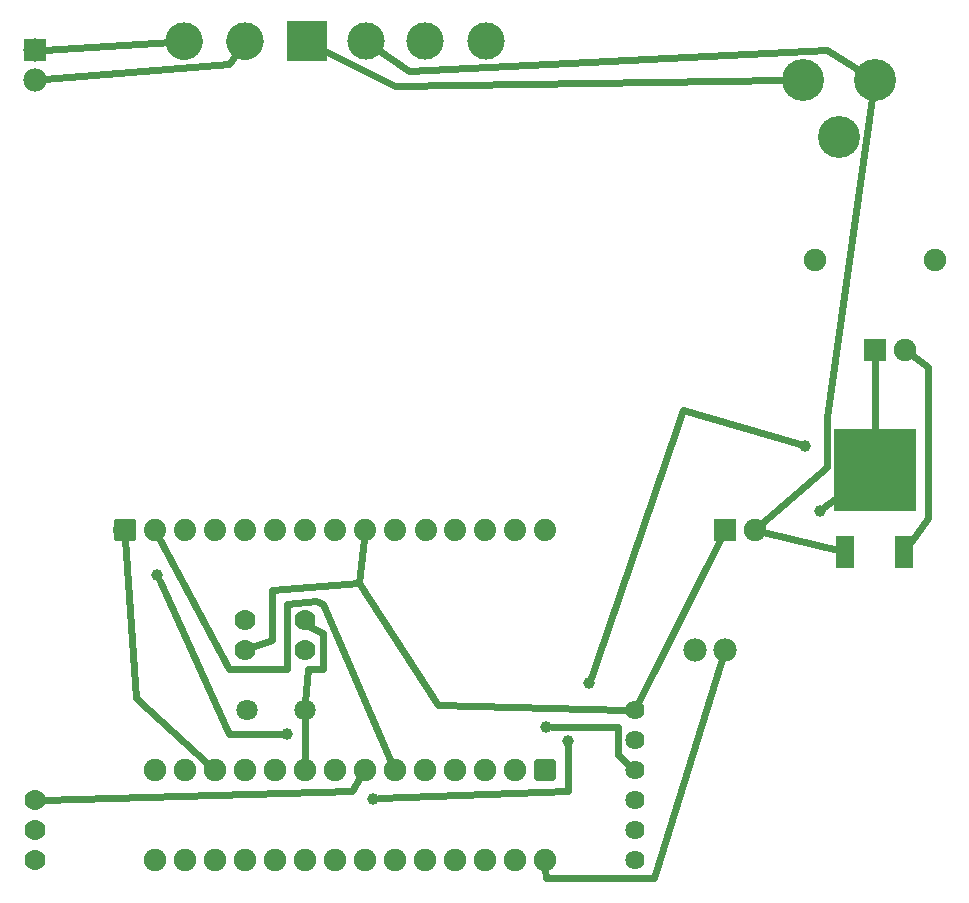
<source format=gtl>
G04 MADE WITH FRITZING*
G04 WWW.FRITZING.ORG*
G04 DOUBLE SIDED*
G04 HOLES PLATED*
G04 CONTOUR ON CENTER OF CONTOUR VECTOR*
%ASAXBY*%
%FSLAX23Y23*%
%MOIN*%
%OFA0B0*%
%SFA1.0B1.0*%
%ADD10C,0.078000*%
%ADD11C,0.075000*%
%ADD12C,0.070925*%
%ADD13C,0.070866*%
%ADD14C,0.064000*%
%ADD15C,0.074000*%
%ADD16C,0.124111*%
%ADD17C,0.124125*%
%ADD18C,0.069444*%
%ADD19C,0.140000*%
%ADD20C,0.070000*%
%ADD21C,0.039370*%
%ADD22R,0.078000X0.078000*%
%ADD23R,0.132161X0.132161*%
%ADD24R,0.075000X0.075000*%
%ADD25R,0.275591X0.275591*%
%ADD26R,0.059055X0.106299*%
%ADD27C,0.024000*%
%ADD28C,0.020000*%
%ADD29C,0.017000*%
%ADD30R,0.001000X0.001000*%
%LNCOPPER1*%
G90*
G70*
G54D10*
X252Y2876D03*
X252Y2776D03*
G54D11*
X1952Y476D03*
X1952Y176D03*
X1852Y476D03*
X1852Y176D03*
X1752Y476D03*
X1752Y176D03*
X1652Y476D03*
X1652Y176D03*
X1552Y476D03*
X1552Y176D03*
X1452Y476D03*
X1452Y176D03*
X1352Y476D03*
X1352Y176D03*
X1252Y476D03*
X1252Y176D03*
X1152Y476D03*
X1152Y176D03*
X1052Y476D03*
X1052Y176D03*
X952Y476D03*
X952Y176D03*
X852Y476D03*
X852Y176D03*
X752Y476D03*
X752Y176D03*
X652Y476D03*
X652Y176D03*
G54D12*
X1152Y676D03*
G54D13*
X959Y676D03*
G54D14*
X2252Y176D03*
X2252Y276D03*
X2252Y376D03*
X2252Y476D03*
X2252Y576D03*
X2252Y676D03*
G54D15*
X551Y1276D03*
X652Y1276D03*
X753Y1276D03*
X852Y1276D03*
X952Y1276D03*
X1052Y1276D03*
X1153Y1275D03*
X1253Y1276D03*
X1354Y1276D03*
X1452Y1276D03*
X1557Y1276D03*
X1653Y1276D03*
X1753Y1276D03*
X1852Y1276D03*
X1952Y1276D03*
G54D16*
X1756Y2904D03*
X1554Y2904D03*
X1356Y2904D03*
G54D17*
X1159Y2904D03*
X953Y2904D03*
G54D16*
X750Y2904D03*
G54D18*
X252Y376D03*
X252Y276D03*
X252Y176D03*
G54D19*
X3052Y2776D03*
X2812Y2776D03*
X2932Y2586D03*
G54D10*
X2552Y876D03*
X2452Y876D03*
G54D20*
X1152Y976D03*
X1152Y876D03*
X952Y976D03*
X952Y876D03*
G54D11*
X3052Y1876D03*
X3152Y1876D03*
X2552Y1276D03*
X2652Y1276D03*
X3252Y2176D03*
X2852Y2176D03*
G54D21*
X2868Y1340D03*
X2028Y572D03*
X1380Y380D03*
X1956Y620D03*
X2100Y764D03*
X2820Y1556D03*
X1092Y596D03*
X660Y1124D03*
G54D22*
X252Y2876D03*
G54D23*
X1160Y2904D03*
G54D24*
X3052Y1876D03*
X2552Y1276D03*
G54D25*
X3052Y1476D03*
G54D26*
X3150Y1202D03*
X2954Y1202D03*
G54D27*
X282Y2877D02*
X705Y2901D01*
D02*
X1152Y504D02*
X1152Y649D01*
D02*
X1165Y954D02*
X1164Y956D01*
X1164Y956D02*
X1212Y932D01*
X1212Y932D02*
X1212Y812D01*
X1212Y812D02*
X1164Y812D01*
X1164Y812D02*
X1154Y703D01*
D02*
X282Y2778D02*
X900Y2828D01*
D02*
X900Y2828D02*
X927Y2867D01*
D02*
X831Y495D02*
X588Y716D01*
D02*
X588Y716D02*
X553Y1245D01*
D02*
X1954Y147D02*
X1956Y116D01*
X1956Y116D02*
X2316Y116D01*
X2316Y116D02*
X2543Y847D01*
D02*
X2680Y1269D02*
X2930Y1208D01*
D02*
X3043Y2715D02*
X2892Y1652D01*
X2892Y1652D02*
X2892Y1484D01*
X2892Y1484D02*
X2674Y1295D01*
D02*
X1393Y2878D02*
X1500Y2804D01*
D02*
X1500Y2804D02*
X2892Y2876D01*
X2892Y2876D02*
X3000Y2808D01*
D02*
X667Y1248D02*
X900Y812D01*
D02*
X900Y812D02*
X1092Y812D01*
X1092Y812D02*
X1092Y1028D01*
X1092Y1028D02*
X1188Y1040D01*
X1188Y1040D02*
X1212Y1028D01*
X1212Y1028D02*
X1441Y502D01*
D02*
X1350Y1245D02*
X1332Y1100D01*
X1332Y1100D02*
X1044Y1076D01*
X1044Y1076D02*
X1044Y908D01*
X1044Y908D02*
X977Y884D01*
D02*
X278Y376D02*
X1308Y404D01*
X1308Y404D02*
X1337Y451D01*
D02*
X2221Y677D02*
X1596Y692D01*
X1596Y692D02*
X1332Y1100D01*
D02*
X2539Y1250D02*
X2266Y704D01*
D02*
X2920Y1378D02*
X2883Y1351D01*
D02*
X3052Y1847D02*
X3052Y1608D01*
D02*
X1199Y2883D02*
X1452Y2756D01*
D02*
X1452Y2756D02*
X2751Y2775D01*
D02*
X2028Y553D02*
X2028Y404D01*
X2028Y404D02*
X1399Y381D01*
D02*
X3174Y1237D02*
X3228Y1316D01*
D02*
X3228Y1316D02*
X3228Y1820D01*
X3228Y1820D02*
X3175Y1859D01*
D02*
X2228Y496D02*
X2196Y524D01*
X2196Y524D02*
X2196Y620D01*
X2196Y620D02*
X1975Y620D01*
D02*
X2106Y782D02*
X2412Y1676D01*
X2412Y1676D02*
X2802Y1561D01*
D02*
X1073Y596D02*
X900Y596D01*
X900Y596D02*
X668Y1107D01*
G54D28*
X1980Y448D02*
X1925Y448D01*
X1925Y503D01*
X1980Y503D01*
X1980Y448D01*
D02*
G54D29*
X523Y1304D02*
X579Y1304D01*
X579Y1248D01*
X523Y1248D01*
X523Y1304D01*
D02*
G54D30*
X744Y2966D02*
X756Y2966D01*
X946Y2966D02*
X958Y2966D01*
X1152Y2966D02*
X1164Y2966D01*
X738Y2965D02*
X762Y2965D01*
X940Y2965D02*
X964Y2965D01*
X1146Y2965D02*
X1170Y2965D01*
X734Y2964D02*
X766Y2964D01*
X936Y2964D02*
X968Y2964D01*
X1142Y2964D02*
X1174Y2964D01*
X730Y2963D02*
X769Y2963D01*
X933Y2963D02*
X972Y2963D01*
X1139Y2963D02*
X1178Y2963D01*
X727Y2962D02*
X772Y2962D01*
X930Y2962D02*
X974Y2962D01*
X1136Y2962D02*
X1180Y2962D01*
X725Y2961D02*
X774Y2961D01*
X928Y2961D02*
X977Y2961D01*
X1134Y2961D02*
X1183Y2961D01*
X723Y2960D02*
X776Y2960D01*
X926Y2960D02*
X979Y2960D01*
X1131Y2960D02*
X1185Y2960D01*
X721Y2959D02*
X779Y2959D01*
X923Y2959D02*
X981Y2959D01*
X1129Y2959D02*
X1187Y2959D01*
X719Y2958D02*
X780Y2958D01*
X922Y2958D02*
X983Y2958D01*
X1128Y2958D02*
X1189Y2958D01*
X718Y2957D02*
X782Y2957D01*
X920Y2957D02*
X984Y2957D01*
X1126Y2957D02*
X1190Y2957D01*
X716Y2956D02*
X783Y2956D01*
X919Y2956D02*
X986Y2956D01*
X1125Y2956D02*
X1192Y2956D01*
X715Y2955D02*
X785Y2955D01*
X917Y2955D02*
X987Y2955D01*
X1123Y2955D02*
X1193Y2955D01*
X713Y2954D02*
X786Y2954D01*
X916Y2954D02*
X989Y2954D01*
X1122Y2954D02*
X1195Y2954D01*
X712Y2953D02*
X788Y2953D01*
X914Y2953D02*
X990Y2953D01*
X1120Y2953D02*
X1196Y2953D01*
X711Y2952D02*
X789Y2952D01*
X913Y2952D02*
X991Y2952D01*
X1119Y2952D02*
X1197Y2952D01*
X709Y2951D02*
X790Y2951D01*
X912Y2951D02*
X992Y2951D01*
X1118Y2951D02*
X1198Y2951D01*
X708Y2950D02*
X791Y2950D01*
X911Y2950D02*
X994Y2950D01*
X1117Y2950D02*
X1200Y2950D01*
X707Y2949D02*
X792Y2949D01*
X910Y2949D02*
X995Y2949D01*
X1116Y2949D02*
X1201Y2949D01*
X706Y2948D02*
X793Y2948D01*
X909Y2948D02*
X996Y2948D01*
X1115Y2948D02*
X1202Y2948D01*
X705Y2947D02*
X794Y2947D01*
X908Y2947D02*
X997Y2947D01*
X1114Y2947D02*
X1203Y2947D01*
X704Y2946D02*
X795Y2946D01*
X907Y2946D02*
X998Y2946D01*
X1113Y2946D02*
X1204Y2946D01*
X704Y2945D02*
X796Y2945D01*
X906Y2945D02*
X999Y2945D01*
X1112Y2945D02*
X1204Y2945D01*
X703Y2944D02*
X797Y2944D01*
X905Y2944D02*
X999Y2944D01*
X1111Y2944D02*
X1205Y2944D01*
X702Y2943D02*
X798Y2943D01*
X904Y2943D02*
X1000Y2943D01*
X1110Y2943D02*
X1206Y2943D01*
X701Y2942D02*
X798Y2942D01*
X904Y2942D02*
X1001Y2942D01*
X1110Y2942D02*
X1207Y2942D01*
X700Y2941D02*
X799Y2941D01*
X903Y2941D02*
X1002Y2941D01*
X1109Y2941D02*
X1208Y2941D01*
X700Y2940D02*
X800Y2940D01*
X902Y2940D02*
X1002Y2940D01*
X1108Y2940D02*
X1208Y2940D01*
X699Y2939D02*
X801Y2939D01*
X901Y2939D02*
X1003Y2939D01*
X1107Y2939D02*
X1209Y2939D01*
X698Y2938D02*
X743Y2938D01*
X757Y2938D02*
X801Y2938D01*
X901Y2938D02*
X945Y2938D01*
X959Y2938D02*
X1004Y2938D01*
X1107Y2938D02*
X1151Y2938D01*
X1165Y2938D02*
X1210Y2938D01*
X698Y2937D02*
X739Y2937D01*
X761Y2937D02*
X802Y2937D01*
X900Y2937D02*
X941Y2937D01*
X963Y2937D02*
X1004Y2937D01*
X1106Y2937D02*
X1147Y2937D01*
X1169Y2937D02*
X1210Y2937D01*
X697Y2936D02*
X736Y2936D01*
X763Y2936D02*
X802Y2936D01*
X900Y2936D02*
X939Y2936D01*
X966Y2936D02*
X1005Y2936D01*
X1106Y2936D02*
X1145Y2936D01*
X1172Y2936D02*
X1211Y2936D01*
X696Y2935D02*
X734Y2935D01*
X766Y2935D02*
X803Y2935D01*
X899Y2935D02*
X936Y2935D01*
X968Y2935D02*
X1006Y2935D01*
X1105Y2935D02*
X1142Y2935D01*
X1174Y2935D02*
X1212Y2935D01*
X696Y2934D02*
X732Y2934D01*
X767Y2934D02*
X804Y2934D01*
X898Y2934D02*
X935Y2934D01*
X970Y2934D02*
X1006Y2934D01*
X1104Y2934D02*
X1141Y2934D01*
X1176Y2934D02*
X1212Y2934D01*
X695Y2933D02*
X730Y2933D01*
X769Y2933D02*
X804Y2933D01*
X898Y2933D02*
X933Y2933D01*
X972Y2933D02*
X1007Y2933D01*
X1104Y2933D02*
X1139Y2933D01*
X1178Y2933D02*
X1213Y2933D01*
X695Y2932D02*
X729Y2932D01*
X770Y2932D02*
X805Y2932D01*
X897Y2932D02*
X932Y2932D01*
X973Y2932D02*
X1007Y2932D01*
X1103Y2932D02*
X1137Y2932D01*
X1179Y2932D02*
X1213Y2932D01*
X694Y2931D02*
X728Y2931D01*
X772Y2931D02*
X805Y2931D01*
X897Y2931D02*
X930Y2931D01*
X974Y2931D02*
X1008Y2931D01*
X1103Y2931D02*
X1136Y2931D01*
X1180Y2931D02*
X1214Y2931D01*
X694Y2930D02*
X727Y2930D01*
X773Y2930D02*
X806Y2930D01*
X896Y2930D02*
X929Y2930D01*
X975Y2930D02*
X1008Y2930D01*
X1102Y2930D02*
X1135Y2930D01*
X1181Y2930D02*
X1214Y2930D01*
X693Y2929D02*
X725Y2929D01*
X774Y2929D02*
X806Y2929D01*
X896Y2929D02*
X928Y2929D01*
X977Y2929D02*
X1009Y2929D01*
X1102Y2929D02*
X1134Y2929D01*
X1182Y2929D02*
X1215Y2929D01*
X693Y2928D02*
X724Y2928D01*
X775Y2928D02*
X807Y2928D01*
X895Y2928D02*
X927Y2928D01*
X978Y2928D02*
X1009Y2928D01*
X1101Y2928D02*
X1133Y2928D01*
X1183Y2928D02*
X1215Y2928D01*
X693Y2927D02*
X724Y2927D01*
X776Y2927D02*
X807Y2927D01*
X895Y2927D02*
X926Y2927D01*
X978Y2927D02*
X1009Y2927D01*
X1101Y2927D02*
X1132Y2927D01*
X1184Y2927D02*
X1215Y2927D01*
X692Y2926D02*
X723Y2926D01*
X777Y2926D02*
X807Y2926D01*
X895Y2926D02*
X925Y2926D01*
X979Y2926D02*
X1010Y2926D01*
X1101Y2926D02*
X1131Y2926D01*
X1185Y2926D02*
X1216Y2926D01*
X692Y2925D02*
X722Y2925D01*
X778Y2925D02*
X808Y2925D01*
X894Y2925D02*
X924Y2925D01*
X980Y2925D02*
X1010Y2925D01*
X1100Y2925D02*
X1130Y2925D01*
X1186Y2925D02*
X1216Y2925D01*
X691Y2924D02*
X721Y2924D01*
X778Y2924D02*
X808Y2924D01*
X894Y2924D02*
X924Y2924D01*
X981Y2924D02*
X1011Y2924D01*
X1100Y2924D02*
X1130Y2924D01*
X1187Y2924D02*
X1217Y2924D01*
X691Y2923D02*
X720Y2923D01*
X779Y2923D02*
X808Y2923D01*
X894Y2923D02*
X923Y2923D01*
X982Y2923D02*
X1011Y2923D01*
X1100Y2923D02*
X1129Y2923D01*
X1188Y2923D02*
X1217Y2923D01*
X691Y2922D02*
X720Y2922D01*
X780Y2922D02*
X809Y2922D01*
X893Y2922D02*
X922Y2922D01*
X982Y2922D02*
X1011Y2922D01*
X1099Y2922D02*
X1128Y2922D01*
X1188Y2922D02*
X1217Y2922D01*
X691Y2921D02*
X719Y2921D01*
X780Y2921D02*
X809Y2921D01*
X893Y2921D02*
X922Y2921D01*
X983Y2921D02*
X1011Y2921D01*
X1099Y2921D02*
X1128Y2921D01*
X1189Y2921D02*
X1217Y2921D01*
X690Y2920D02*
X719Y2920D01*
X781Y2920D02*
X809Y2920D01*
X893Y2920D02*
X921Y2920D01*
X983Y2920D02*
X1012Y2920D01*
X1099Y2920D02*
X1127Y2920D01*
X1189Y2920D02*
X1218Y2920D01*
X690Y2919D02*
X718Y2919D01*
X781Y2919D02*
X809Y2919D01*
X893Y2919D02*
X921Y2919D01*
X984Y2919D02*
X1012Y2919D01*
X1099Y2919D02*
X1127Y2919D01*
X1190Y2919D02*
X1218Y2919D01*
X690Y2918D02*
X718Y2918D01*
X782Y2918D02*
X810Y2918D01*
X892Y2918D02*
X920Y2918D01*
X984Y2918D02*
X1012Y2918D01*
X1098Y2918D02*
X1126Y2918D01*
X1190Y2918D02*
X1218Y2918D01*
X690Y2917D02*
X717Y2917D01*
X782Y2917D02*
X810Y2917D01*
X892Y2917D02*
X920Y2917D01*
X985Y2917D02*
X1012Y2917D01*
X1098Y2917D02*
X1126Y2917D01*
X1191Y2917D02*
X1218Y2917D01*
X689Y2916D02*
X717Y2916D01*
X782Y2916D02*
X810Y2916D01*
X892Y2916D02*
X920Y2916D01*
X985Y2916D02*
X1013Y2916D01*
X1098Y2916D02*
X1126Y2916D01*
X1191Y2916D02*
X1219Y2916D01*
X689Y2915D02*
X717Y2915D01*
X783Y2915D02*
X810Y2915D01*
X892Y2915D02*
X919Y2915D01*
X985Y2915D02*
X1013Y2915D01*
X1098Y2915D02*
X1125Y2915D01*
X1191Y2915D02*
X1219Y2915D01*
X689Y2914D02*
X716Y2914D01*
X783Y2914D02*
X810Y2914D01*
X892Y2914D02*
X919Y2914D01*
X986Y2914D02*
X1013Y2914D01*
X1098Y2914D02*
X1125Y2914D01*
X1192Y2914D02*
X1219Y2914D01*
X689Y2913D02*
X716Y2913D01*
X783Y2913D02*
X811Y2913D01*
X891Y2913D02*
X919Y2913D01*
X986Y2913D02*
X1013Y2913D01*
X1097Y2913D02*
X1125Y2913D01*
X1192Y2913D02*
X1219Y2913D01*
X689Y2912D02*
X716Y2912D01*
X784Y2912D02*
X811Y2912D01*
X891Y2912D02*
X918Y2912D01*
X986Y2912D02*
X1013Y2912D01*
X1097Y2912D02*
X1124Y2912D01*
X1192Y2912D02*
X1219Y2912D01*
X689Y2911D02*
X716Y2911D01*
X784Y2911D02*
X811Y2911D01*
X891Y2911D02*
X918Y2911D01*
X986Y2911D02*
X1013Y2911D01*
X1097Y2911D02*
X1124Y2911D01*
X1192Y2911D02*
X1219Y2911D01*
X689Y2910D02*
X715Y2910D01*
X784Y2910D02*
X811Y2910D01*
X891Y2910D02*
X918Y2910D01*
X987Y2910D02*
X1013Y2910D01*
X1097Y2910D02*
X1124Y2910D01*
X1193Y2910D02*
X1219Y2910D01*
X688Y2909D02*
X715Y2909D01*
X784Y2909D02*
X811Y2909D01*
X891Y2909D02*
X918Y2909D01*
X987Y2909D02*
X1014Y2909D01*
X1097Y2909D02*
X1124Y2909D01*
X1193Y2909D02*
X1220Y2909D01*
X688Y2908D02*
X715Y2908D01*
X784Y2908D02*
X811Y2908D01*
X891Y2908D02*
X918Y2908D01*
X987Y2908D02*
X1014Y2908D01*
X1097Y2908D02*
X1124Y2908D01*
X1193Y2908D02*
X1220Y2908D01*
X688Y2907D02*
X715Y2907D01*
X784Y2907D02*
X811Y2907D01*
X891Y2907D02*
X918Y2907D01*
X987Y2907D02*
X1014Y2907D01*
X1097Y2907D02*
X1124Y2907D01*
X1193Y2907D02*
X1220Y2907D01*
X688Y2906D02*
X715Y2906D01*
X784Y2906D02*
X811Y2906D01*
X891Y2906D02*
X918Y2906D01*
X987Y2906D02*
X1014Y2906D01*
X1097Y2906D02*
X1124Y2906D01*
X1193Y2906D02*
X1220Y2906D01*
X688Y2905D02*
X715Y2905D01*
X784Y2905D02*
X811Y2905D01*
X891Y2905D02*
X918Y2905D01*
X987Y2905D02*
X1014Y2905D01*
X1097Y2905D02*
X1123Y2905D01*
X1193Y2905D02*
X1220Y2905D01*
X688Y2904D02*
X715Y2904D01*
X784Y2904D02*
X811Y2904D01*
X891Y2904D02*
X917Y2904D01*
X987Y2904D02*
X1014Y2904D01*
X1097Y2904D02*
X1123Y2904D01*
X1193Y2904D02*
X1220Y2904D01*
X688Y2903D02*
X715Y2903D01*
X784Y2903D02*
X811Y2903D01*
X891Y2903D02*
X918Y2903D01*
X987Y2903D02*
X1014Y2903D01*
X1097Y2903D02*
X1123Y2903D01*
X1193Y2903D02*
X1220Y2903D01*
X688Y2902D02*
X715Y2902D01*
X784Y2902D02*
X811Y2902D01*
X891Y2902D02*
X918Y2902D01*
X987Y2902D02*
X1014Y2902D01*
X1097Y2902D02*
X1124Y2902D01*
X1193Y2902D02*
X1220Y2902D01*
X688Y2901D02*
X715Y2901D01*
X784Y2901D02*
X811Y2901D01*
X891Y2901D02*
X918Y2901D01*
X987Y2901D02*
X1014Y2901D01*
X1097Y2901D02*
X1124Y2901D01*
X1193Y2901D02*
X1220Y2901D01*
X688Y2900D02*
X715Y2900D01*
X784Y2900D02*
X811Y2900D01*
X891Y2900D02*
X918Y2900D01*
X987Y2900D02*
X1014Y2900D01*
X1097Y2900D02*
X1124Y2900D01*
X1193Y2900D02*
X1220Y2900D01*
X689Y2899D02*
X715Y2899D01*
X784Y2899D02*
X811Y2899D01*
X891Y2899D02*
X918Y2899D01*
X987Y2899D02*
X1014Y2899D01*
X1097Y2899D02*
X1124Y2899D01*
X1193Y2899D02*
X1219Y2899D01*
X689Y2898D02*
X716Y2898D01*
X784Y2898D02*
X811Y2898D01*
X891Y2898D02*
X918Y2898D01*
X987Y2898D02*
X1013Y2898D01*
X1097Y2898D02*
X1124Y2898D01*
X1192Y2898D02*
X1219Y2898D01*
X689Y2897D02*
X716Y2897D01*
X784Y2897D02*
X811Y2897D01*
X891Y2897D02*
X918Y2897D01*
X986Y2897D02*
X1013Y2897D01*
X1097Y2897D02*
X1124Y2897D01*
X1192Y2897D02*
X1219Y2897D01*
X689Y2896D02*
X716Y2896D01*
X784Y2896D02*
X811Y2896D01*
X891Y2896D02*
X918Y2896D01*
X986Y2896D02*
X1013Y2896D01*
X1097Y2896D02*
X1124Y2896D01*
X1192Y2896D02*
X1219Y2896D01*
X689Y2895D02*
X716Y2895D01*
X783Y2895D02*
X810Y2895D01*
X892Y2895D02*
X919Y2895D01*
X986Y2895D02*
X1013Y2895D01*
X1097Y2895D02*
X1125Y2895D01*
X1192Y2895D02*
X1219Y2895D01*
X689Y2894D02*
X717Y2894D01*
X783Y2894D02*
X810Y2894D01*
X892Y2894D02*
X919Y2894D01*
X985Y2894D02*
X1013Y2894D01*
X1098Y2894D02*
X1125Y2894D01*
X1191Y2894D02*
X1219Y2894D01*
X689Y2893D02*
X717Y2893D01*
X783Y2893D02*
X810Y2893D01*
X892Y2893D02*
X919Y2893D01*
X985Y2893D02*
X1013Y2893D01*
X1098Y2893D02*
X1125Y2893D01*
X1191Y2893D02*
X1219Y2893D01*
X690Y2892D02*
X717Y2892D01*
X782Y2892D02*
X810Y2892D01*
X892Y2892D02*
X920Y2892D01*
X985Y2892D02*
X1013Y2892D01*
X1098Y2892D02*
X1126Y2892D01*
X1191Y2892D02*
X1218Y2892D01*
X690Y2891D02*
X718Y2891D01*
X782Y2891D02*
X810Y2891D01*
X892Y2891D02*
X920Y2891D01*
X984Y2891D02*
X1012Y2891D01*
X1098Y2891D02*
X1126Y2891D01*
X1190Y2891D02*
X1218Y2891D01*
X690Y2890D02*
X718Y2890D01*
X781Y2890D02*
X810Y2890D01*
X892Y2890D02*
X921Y2890D01*
X984Y2890D02*
X1012Y2890D01*
X1098Y2890D02*
X1127Y2890D01*
X1190Y2890D02*
X1218Y2890D01*
X690Y2889D02*
X719Y2889D01*
X781Y2889D02*
X809Y2889D01*
X893Y2889D02*
X921Y2889D01*
X983Y2889D02*
X1012Y2889D01*
X1099Y2889D02*
X1127Y2889D01*
X1189Y2889D02*
X1218Y2889D01*
X690Y2888D02*
X719Y2888D01*
X780Y2888D02*
X809Y2888D01*
X893Y2888D02*
X922Y2888D01*
X983Y2888D02*
X1012Y2888D01*
X1099Y2888D02*
X1128Y2888D01*
X1189Y2888D02*
X1217Y2888D01*
X691Y2887D02*
X720Y2887D01*
X780Y2887D02*
X809Y2887D01*
X893Y2887D02*
X922Y2887D01*
X982Y2887D02*
X1011Y2887D01*
X1099Y2887D02*
X1128Y2887D01*
X1188Y2887D02*
X1217Y2887D01*
X691Y2886D02*
X720Y2886D01*
X779Y2886D02*
X808Y2886D01*
X893Y2886D02*
X923Y2886D01*
X982Y2886D02*
X1011Y2886D01*
X1099Y2886D02*
X1129Y2886D01*
X1188Y2886D02*
X1217Y2886D01*
X691Y2885D02*
X721Y2885D01*
X779Y2885D02*
X808Y2885D01*
X894Y2885D02*
X923Y2885D01*
X981Y2885D02*
X1011Y2885D01*
X1100Y2885D02*
X1129Y2885D01*
X1187Y2885D02*
X1217Y2885D01*
X692Y2884D02*
X722Y2884D01*
X778Y2884D02*
X808Y2884D01*
X894Y2884D02*
X924Y2884D01*
X980Y2884D02*
X1010Y2884D01*
X1100Y2884D02*
X1130Y2884D01*
X1186Y2884D02*
X1216Y2884D01*
X692Y2883D02*
X722Y2883D01*
X777Y2883D02*
X807Y2883D01*
X895Y2883D02*
X925Y2883D01*
X980Y2883D02*
X1010Y2883D01*
X1101Y2883D02*
X1131Y2883D01*
X1186Y2883D02*
X1216Y2883D01*
X692Y2882D02*
X723Y2882D01*
X776Y2882D02*
X807Y2882D01*
X895Y2882D02*
X926Y2882D01*
X979Y2882D02*
X1010Y2882D01*
X1101Y2882D02*
X1132Y2882D01*
X1185Y2882D02*
X1216Y2882D01*
X693Y2881D02*
X724Y2881D01*
X775Y2881D02*
X807Y2881D01*
X895Y2881D02*
X927Y2881D01*
X978Y2881D02*
X1009Y2881D01*
X1101Y2881D02*
X1133Y2881D01*
X1184Y2881D02*
X1215Y2881D01*
X693Y2880D02*
X725Y2880D01*
X774Y2880D02*
X806Y2880D01*
X896Y2880D02*
X928Y2880D01*
X977Y2880D02*
X1009Y2880D01*
X1102Y2880D02*
X1134Y2880D01*
X1183Y2880D02*
X1215Y2880D01*
X694Y2879D02*
X726Y2879D01*
X773Y2879D02*
X806Y2879D01*
X896Y2879D02*
X929Y2879D01*
X976Y2879D02*
X1008Y2879D01*
X1102Y2879D02*
X1135Y2879D01*
X1182Y2879D02*
X1214Y2879D01*
X694Y2878D02*
X727Y2878D01*
X772Y2878D02*
X805Y2878D01*
X897Y2878D02*
X930Y2878D01*
X975Y2878D02*
X1008Y2878D01*
X1103Y2878D02*
X1136Y2878D01*
X1181Y2878D02*
X1214Y2878D01*
X695Y2877D02*
X728Y2877D01*
X771Y2877D02*
X805Y2877D01*
X897Y2877D02*
X931Y2877D01*
X974Y2877D02*
X1007Y2877D01*
X1103Y2877D02*
X1137Y2877D01*
X1179Y2877D02*
X1213Y2877D01*
X695Y2876D02*
X730Y2876D01*
X770Y2876D02*
X804Y2876D01*
X898Y2876D02*
X932Y2876D01*
X972Y2876D02*
X1007Y2876D01*
X1104Y2876D02*
X1138Y2876D01*
X1178Y2876D02*
X1213Y2876D01*
X696Y2875D02*
X731Y2875D01*
X768Y2875D02*
X804Y2875D01*
X898Y2875D02*
X934Y2875D01*
X971Y2875D02*
X1006Y2875D01*
X1104Y2875D02*
X1140Y2875D01*
X1177Y2875D02*
X1212Y2875D01*
X696Y2874D02*
X733Y2874D01*
X766Y2874D02*
X803Y2874D01*
X899Y2874D02*
X936Y2874D01*
X969Y2874D02*
X1006Y2874D01*
X1105Y2874D02*
X1142Y2874D01*
X1175Y2874D02*
X1212Y2874D01*
X697Y2873D02*
X735Y2873D01*
X764Y2873D02*
X803Y2873D01*
X899Y2873D02*
X938Y2873D01*
X967Y2873D02*
X1005Y2873D01*
X1105Y2873D02*
X1144Y2873D01*
X1173Y2873D02*
X1211Y2873D01*
X697Y2872D02*
X738Y2872D01*
X762Y2872D02*
X802Y2872D01*
X900Y2872D02*
X940Y2872D01*
X964Y2872D02*
X1005Y2872D01*
X1106Y2872D02*
X1146Y2872D01*
X1170Y2872D02*
X1211Y2872D01*
X698Y2871D02*
X741Y2871D01*
X758Y2871D02*
X801Y2871D01*
X901Y2871D02*
X944Y2871D01*
X961Y2871D02*
X1004Y2871D01*
X1106Y2871D02*
X1150Y2871D01*
X1167Y2871D02*
X1210Y2871D01*
X699Y2870D02*
X801Y2870D01*
X901Y2870D02*
X1003Y2870D01*
X1107Y2870D02*
X1209Y2870D01*
X699Y2869D02*
X800Y2869D01*
X902Y2869D02*
X1003Y2869D01*
X1108Y2869D02*
X1209Y2869D01*
X700Y2868D02*
X799Y2868D01*
X903Y2868D02*
X1002Y2868D01*
X1109Y2868D02*
X1208Y2868D01*
X701Y2867D02*
X799Y2867D01*
X903Y2867D02*
X1001Y2867D01*
X1109Y2867D02*
X1207Y2867D01*
X702Y2866D02*
X798Y2866D01*
X904Y2866D02*
X1000Y2866D01*
X1110Y2866D02*
X1206Y2866D01*
X702Y2865D02*
X797Y2865D01*
X905Y2865D02*
X1000Y2865D01*
X1111Y2865D02*
X1206Y2865D01*
X703Y2864D02*
X796Y2864D01*
X906Y2864D02*
X999Y2864D01*
X1112Y2864D02*
X1205Y2864D01*
X704Y2863D02*
X795Y2863D01*
X907Y2863D02*
X998Y2863D01*
X1113Y2863D02*
X1204Y2863D01*
X705Y2862D02*
X795Y2862D01*
X907Y2862D02*
X997Y2862D01*
X1113Y2862D02*
X1203Y2862D01*
X706Y2861D02*
X794Y2861D01*
X908Y2861D02*
X996Y2861D01*
X1114Y2861D02*
X1202Y2861D01*
X707Y2860D02*
X793Y2860D01*
X909Y2860D02*
X995Y2860D01*
X1115Y2860D02*
X1201Y2860D01*
X708Y2859D02*
X792Y2859D01*
X910Y2859D02*
X994Y2859D01*
X1116Y2859D02*
X1200Y2859D01*
X709Y2858D02*
X790Y2858D01*
X912Y2858D02*
X993Y2858D01*
X1118Y2858D02*
X1199Y2858D01*
X710Y2857D02*
X789Y2857D01*
X913Y2857D02*
X992Y2857D01*
X1119Y2857D02*
X1198Y2857D01*
X711Y2856D02*
X788Y2856D01*
X914Y2856D02*
X991Y2856D01*
X1120Y2856D02*
X1197Y2856D01*
X713Y2855D02*
X787Y2855D01*
X915Y2855D02*
X989Y2855D01*
X1121Y2855D02*
X1195Y2855D01*
X714Y2854D02*
X785Y2854D01*
X917Y2854D02*
X988Y2854D01*
X1123Y2854D02*
X1194Y2854D01*
X715Y2853D02*
X784Y2853D01*
X918Y2853D02*
X987Y2853D01*
X1124Y2853D02*
X1193Y2853D01*
X717Y2852D02*
X782Y2852D01*
X920Y2852D02*
X985Y2852D01*
X1126Y2852D02*
X1191Y2852D01*
X719Y2851D02*
X781Y2851D01*
X921Y2851D02*
X983Y2851D01*
X1127Y2851D02*
X1189Y2851D01*
X720Y2850D02*
X779Y2850D01*
X923Y2850D02*
X982Y2850D01*
X1129Y2850D02*
X1188Y2850D01*
X722Y2849D02*
X777Y2849D01*
X925Y2849D02*
X980Y2849D01*
X1131Y2849D02*
X1186Y2849D01*
X724Y2848D02*
X775Y2848D01*
X927Y2848D02*
X978Y2848D01*
X1133Y2848D02*
X1184Y2848D01*
X726Y2847D02*
X773Y2847D01*
X929Y2847D02*
X976Y2847D01*
X1135Y2847D02*
X1182Y2847D01*
X729Y2846D02*
X770Y2846D01*
X932Y2846D02*
X973Y2846D01*
X1138Y2846D02*
X1179Y2846D01*
X732Y2845D02*
X767Y2845D01*
X935Y2845D02*
X970Y2845D01*
X1141Y2845D02*
X1176Y2845D01*
X736Y2844D02*
X763Y2844D01*
X939Y2844D02*
X966Y2844D01*
X1145Y2844D02*
X1172Y2844D01*
X741Y2843D02*
X758Y2843D01*
X944Y2843D02*
X961Y2843D01*
X1150Y2843D02*
X1167Y2843D01*
D02*
G04 End of Copper1*
M02*
</source>
